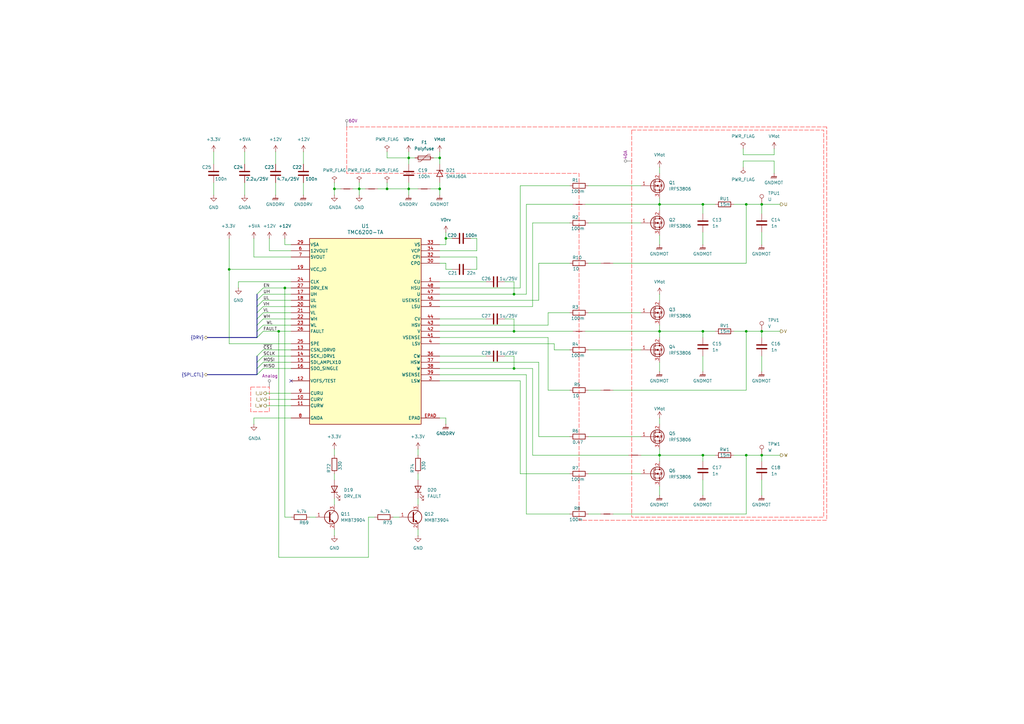
<source format=kicad_sch>
(kicad_sch (version 20250114) (generator "eeschema") (generator_version "9.0")
  (paper "A3")
  (title_block (title "ECMD7 Power Stage") (date "2025-11-12") (rev "1.0"))
  (bus_alias "DRV" (members "UL" "UH" "VL" "VH" "WL" "WH" "EN" "FAULT"))
  (junction (at 306.07 83.82))
  (junction (at 137.16 77.47))
  (junction (at 306.07 135.89))
  (junction (at 93.98 110.49))
  (junction (at 114.3 135.89))
  (junction (at 210.82 135.89))
  (junction (at 180.34 64.77))
  (junction (at 312.42 135.89))
  (junction (at 288.29 83.82))
  (junction (at 210.82 151.13))
  (junction (at 270.51 83.82))
  (junction (at 158.75 77.47))
  (junction (at 167.64 77.47))
  (junction (at 288.29 186.69))
  (junction (at 116.84 118.11))
  (junction (at 312.42 186.69))
  (junction (at 312.42 83.82))
  (junction (at 167.64 64.77))
  (junction (at 270.51 135.89))
  (junction (at 306.07 186.69))
  (junction (at 288.29 135.89))
  (junction (at 182.88 97.79))
  (junction (at 147.32 77.47))
  (junction (at 210.82 120.65))
  (junction (at 180.34 77.47))
  (junction (at 270.51 186.69))
  (no_connect (at 119.38 156.21))
  (bus_entry (at 105.41 153.67) (size 2.54 -2.54))
  (bus_entry (at 105.41 130.81) (size 2.54 -2.54))
  (bus_entry (at 105.41 120.65) (size 2.54 -2.54))
  (bus_entry (at 105.41 128.27) (size 2.54 -2.54))
  (bus_entry (at 105.41 123.19) (size 2.54 -2.54))
  (bus_entry (at 105.41 133.35) (size 2.54 -2.54))
  (bus_entry (at 105.41 148.59) (size 2.54 -2.54))
  (bus_entry (at 105.41 138.43) (size 2.54 -2.54))
  (bus_entry (at 105.41 146.05) (size 2.54 -2.54))
  (bus_entry (at 105.41 151.13) (size 2.54 -2.54))
  (bus_entry (at 105.41 135.89) (size 2.54 -2.54))
  (bus_entry (at 105.41 125.73) (size 2.54 -2.54))
  (wire (pts (xy 114.3 135.89) (xy 119.38 135.89)))
  (wire (pts (xy 210.82 120.65) (xy 215.9 120.65)))
  (wire (pts (xy 180.34 148.59) (xy 220.98 148.59)))
  (bus (pts (xy 85.09 153.67) (xy 105.41 153.67)))
  (wire (pts (xy 167.64 64.77) (xy 167.64 62.23)))
  (wire (pts (xy 100.33 62.23) (xy 100.33 67.31)))
  (wire (pts (xy 306.07 83.82) (xy 300.99 83.82)))
  (wire (pts (xy 312.42 135.89) (xy 312.42 138.43)))
  (wire (pts (xy 241.3 91.44) (xy 262.89 91.44)))
  (wire (pts (xy 288.29 83.82) (xy 288.29 87.63)))
  (wire (pts (xy 180.34 64.77) (xy 180.34 67.31)))
  (wire (pts (xy 312.42 186.69) (xy 312.42 189.23)))
  (wire (pts (xy 180.34 74.93) (xy 180.34 77.47)))
  (wire (pts (xy 113.03 74.93) (xy 113.03 80.01)))
  (wire (pts (xy 137.16 184.15) (xy 137.16 186.69)))
  (wire (pts (xy 312.42 196.85) (xy 312.42 203.2)))
  (wire (pts (xy 241.3 179.07) (xy 262.89 179.07)))
  (wire (pts (xy 171.45 184.15) (xy 171.45 186.69)))
  (wire (pts (xy 270.51 171.45) (xy 270.51 173.99)))
  (wire (pts (xy 93.98 97.79) (xy 93.98 110.49)))
  (wire (pts (xy 251.46 160.02) (xy 306.07 160.02)))
  (bus (pts (xy 105.41 153.67) (xy 105.41 151.13)))
  (wire (pts (xy 270.51 133.35) (xy 270.51 135.89)))
  (wire (pts (xy 110.49 102.87) (xy 110.49 97.79)))
  (wire (pts (xy 306.07 83.82) (xy 306.07 107.95)))
  (wire (pts (xy 116.84 212.09) (xy 116.84 118.11)))
  (wire (pts (xy 171.45 217.17) (xy 171.45 219.71)))
  (wire (pts (xy 207.01 146.05) (xy 210.82 146.05)))
  (wire (pts (xy 107.95 118.11) (xy 116.84 118.11)))
  (wire (pts (xy 119.38 166.37) (xy 109.22 166.37)))
  (wire (pts (xy 220.98 107.95) (xy 220.98 123.19)))
  (wire (pts (xy 215.9 83.82) (xy 234.95 83.82)))
  (wire (pts (xy 137.16 204.47) (xy 137.16 207.01)))
  (wire (pts (xy 270.51 68.58) (xy 270.51 71.12)))
  (wire (pts (xy 304.8 68.58) (xy 304.8 66.04)))
  (wire (pts (xy 119.38 102.87) (xy 110.49 102.87)))
  (wire (pts (xy 104.14 105.41) (xy 104.14 97.79)))
  (wire (pts (xy 107.95 130.81) (xy 119.38 130.81)))
  (wire (pts (xy 180.34 100.33) (xy 182.88 100.33)))
  (wire (pts (xy 147.32 77.47) (xy 147.32 80.01)))
  (wire (pts (xy 119.38 161.29) (xy 109.22 161.29)))
  (wire (pts (xy 213.36 76.2) (xy 213.36 118.11)))
  (wire (pts (xy 180.34 130.81) (xy 199.39 130.81)))
  (wire (pts (xy 240.03 135.89) (xy 270.51 135.89)))
  (wire (pts (xy 176.53 77.47) (xy 180.34 77.47)))
  (wire (pts (xy 116.84 97.79) (xy 116.84 100.33)))
  (wire (pts (xy 87.63 62.23) (xy 87.63 67.31)))
  (wire (pts (xy 241.3 160.02) (xy 246.38 160.02)))
  (wire (pts (xy 227.33 143.51) (xy 233.68 143.51)))
  (wire (pts (xy 180.34 146.05) (xy 199.39 146.05)))
  (wire (pts (xy 207.01 115.57) (xy 210.82 115.57)))
  (wire (pts (xy 158.75 62.23) (xy 158.75 64.77)))
  (wire (pts (xy 107.95 128.27) (xy 119.38 128.27)))
  (wire (pts (xy 288.29 186.69) (xy 288.29 189.23)))
  (wire (pts (xy 220.98 179.07) (xy 233.68 179.07)))
  (wire (pts (xy 270.51 120.65) (xy 270.51 123.19)))
  (wire (pts (xy 218.44 151.13) (xy 218.44 186.69)))
  (wire (pts (xy 124.46 74.93) (xy 124.46 80.01)))
  (wire (pts (xy 227.33 143.51) (xy 227.33 140.97)))
  (wire (pts (xy 180.34 105.41) (xy 195.58 105.41)))
  (wire (pts (xy 180.34 64.77) (xy 180.34 62.23)))
  (wire (pts (xy 154.94 77.47) (xy 158.75 77.47)))
  (wire (pts (xy 107.95 133.35) (xy 119.38 133.35)))
  (wire (pts (xy 270.51 135.89) (xy 288.29 135.89)))
  (bus (pts (xy 105.41 135.89) (xy 105.41 138.43)))
  (wire (pts (xy 210.82 115.57) (xy 210.82 120.65)))
  (wire (pts (xy 124.46 62.23) (xy 124.46 67.31)))
  (wire (pts (xy 180.34 138.43) (xy 224.79 138.43)))
  (wire (pts (xy 215.9 153.67) (xy 215.9 210.82)))
  (wire (pts (xy 93.98 110.49) (xy 119.38 110.49)))
  (wire (pts (xy 170.18 64.77) (xy 167.64 64.77)))
  (wire (pts (xy 158.75 74.93) (xy 158.75 77.47)))
  (wire (pts (xy 151.13 228.6) (xy 114.3 228.6)))
  (wire (pts (xy 312.42 83.82) (xy 320.04 83.82)))
  (wire (pts (xy 182.88 171.45) (xy 182.88 173.99)))
  (wire (pts (xy 213.36 76.2) (xy 233.68 76.2)))
  (wire (pts (xy 270.51 83.82) (xy 288.29 83.82)))
  (bus (pts (xy 105.41 123.19) (xy 105.41 125.73)))
  (wire (pts (xy 288.29 196.85) (xy 288.29 203.2)))
  (wire (pts (xy 107.95 146.05) (xy 119.38 146.05)))
  (wire (pts (xy 180.34 102.87) (xy 195.58 102.87)))
  (wire (pts (xy 182.88 97.79) (xy 182.88 95.25)))
  (wire (pts (xy 180.34 151.13) (xy 210.82 151.13)))
  (wire (pts (xy 161.29 212.09) (xy 163.83 212.09)))
  (wire (pts (xy 195.58 102.87) (xy 195.58 97.79)))
  (wire (pts (xy 288.29 95.25) (xy 288.29 100.33)))
  (wire (pts (xy 114.3 228.6) (xy 114.3 135.89)))
  (wire (pts (xy 306.07 83.82) (xy 312.42 83.82)))
  (wire (pts (xy 195.58 110.49) (xy 195.58 105.41)))
  (wire (pts (xy 180.34 80.01) (xy 180.34 77.47)))
  (wire (pts (xy 218.44 186.69) (xy 257.81 186.69)))
  (wire (pts (xy 304.8 60.96) (xy 304.8 63.5)))
  (wire (pts (xy 270.51 148.59) (xy 270.51 152.4)))
  (wire (pts (xy 251.46 107.95) (xy 306.07 107.95)))
  (wire (pts (xy 167.64 64.77) (xy 167.64 67.31)))
  (wire (pts (xy 104.14 171.45) (xy 119.38 171.45)))
  (wire (pts (xy 241.3 107.95) (xy 246.38 107.95)))
  (wire (pts (xy 180.34 133.35) (xy 224.79 133.35)))
  (wire (pts (xy 107.95 123.19) (xy 119.38 123.19)))
  (wire (pts (xy 288.29 135.89) (xy 293.37 135.89)))
  (wire (pts (xy 213.36 194.31) (xy 233.68 194.31)))
  (wire (pts (xy 180.34 123.19) (xy 220.98 123.19)))
  (wire (pts (xy 119.38 140.97) (xy 93.98 140.97)))
  (wire (pts (xy 116.84 212.09) (xy 119.38 212.09)))
  (wire (pts (xy 270.51 81.28) (xy 270.51 83.82)))
  (wire (pts (xy 195.58 97.79) (xy 193.04 97.79)))
  (wire (pts (xy 241.3 128.27) (xy 262.89 128.27)))
  (wire (pts (xy 215.9 210.82) (xy 233.68 210.82)))
  (wire (pts (xy 288.29 186.69) (xy 293.37 186.69)))
  (wire (pts (xy 182.88 100.33) (xy 182.88 97.79)))
  (bus (pts (xy 105.41 133.35) (xy 105.41 135.89)))
  (bus (pts (xy 105.41 125.73) (xy 105.41 128.27)))
  (wire (pts (xy 137.16 217.17) (xy 137.16 219.71)))
  (wire (pts (xy 137.16 74.93) (xy 137.16 77.47)))
  (wire (pts (xy 151.13 212.09) (xy 151.13 228.6)))
  (wire (pts (xy 227.33 140.97) (xy 180.34 140.97)))
  (wire (pts (xy 270.51 83.82) (xy 270.51 86.36)))
  (wire (pts (xy 167.64 74.93) (xy 167.64 77.47)))
  (wire (pts (xy 270.51 186.69) (xy 270.51 189.23)))
  (wire (pts (xy 306.07 186.69) (xy 300.99 186.69)))
  (wire (pts (xy 116.84 118.11) (xy 119.38 118.11)))
  (wire (pts (xy 240.03 83.82) (xy 270.51 83.82)))
  (wire (pts (xy 312.42 135.89) (xy 320.04 135.89)))
  (wire (pts (xy 182.88 171.45) (xy 180.34 171.45)))
  (wire (pts (xy 304.8 63.5) (xy 317.5 63.5)))
  (wire (pts (xy 100.33 74.93) (xy 100.33 80.01)))
  (wire (pts (xy 210.82 135.89) (xy 234.95 135.89)))
  (wire (pts (xy 312.42 95.25) (xy 312.42 100.33)))
  (wire (pts (xy 304.8 66.04) (xy 317.5 66.04)))
  (bus (pts (xy 105.41 120.65) (xy 105.41 123.19)))
  (wire (pts (xy 180.34 107.95) (xy 182.88 107.95)))
  (wire (pts (xy 213.36 156.21) (xy 213.36 194.31)))
  (wire (pts (xy 288.29 135.89) (xy 288.29 138.43)))
  (wire (pts (xy 107.95 151.13) (xy 119.38 151.13)))
  (wire (pts (xy 224.79 128.27) (xy 233.68 128.27)))
  (wire (pts (xy 180.34 120.65) (xy 210.82 120.65)))
  (wire (pts (xy 97.79 115.57) (xy 97.79 118.11)))
  (wire (pts (xy 127 212.09) (xy 129.54 212.09)))
  (wire (pts (xy 270.51 199.39) (xy 270.51 203.2)))
  (wire (pts (xy 312.42 146.05) (xy 312.42 152.4)))
  (wire (pts (xy 270.51 186.69) (xy 288.29 186.69)))
  (wire (pts (xy 306.07 186.69) (xy 312.42 186.69)))
  (wire (pts (xy 104.14 171.45) (xy 104.14 173.99)))
  (wire (pts (xy 215.9 120.65) (xy 215.9 83.82)))
  (wire (pts (xy 306.07 135.89) (xy 312.42 135.89)))
  (wire (pts (xy 317.5 66.04) (xy 317.5 71.12)))
  (wire (pts (xy 262.89 186.69) (xy 270.51 186.69)))
  (wire (pts (xy 107.95 135.89) (xy 114.3 135.89)))
  (wire (pts (xy 182.88 110.49) (xy 185.42 110.49)))
  (wire (pts (xy 180.34 153.67) (xy 215.9 153.67)))
  (wire (pts (xy 137.16 194.31) (xy 137.16 196.85)))
  (wire (pts (xy 241.3 143.51) (xy 262.89 143.51)))
  (wire (pts (xy 213.36 118.11) (xy 180.34 118.11)))
  (wire (pts (xy 107.95 120.65) (xy 119.38 120.65)))
  (wire (pts (xy 306.07 186.69) (xy 306.07 210.82)))
  (wire (pts (xy 270.51 96.52) (xy 270.51 100.33)))
  (wire (pts (xy 147.32 77.47) (xy 149.86 77.47)))
  (wire (pts (xy 193.04 110.49) (xy 195.58 110.49)))
  (wire (pts (xy 97.79 115.57) (xy 119.38 115.57)))
  (wire (pts (xy 218.44 125.73) (xy 180.34 125.73)))
  (wire (pts (xy 207.01 130.81) (xy 210.82 130.81)))
  (wire (pts (xy 312.42 83.82) (xy 312.42 87.63)))
  (wire (pts (xy 137.16 77.47) (xy 139.7 77.47)))
  (wire (pts (xy 288.29 83.82) (xy 293.37 83.82)))
  (bus (pts (xy 105.41 128.27) (xy 105.41 130.81)))
  (bus (pts (xy 105.41 138.43) (xy 85.09 138.43)))
  (wire (pts (xy 116.84 100.33) (xy 119.38 100.33)))
  (wire (pts (xy 288.29 146.05) (xy 288.29 152.4)))
  (wire (pts (xy 177.8 64.77) (xy 180.34 64.77)))
  (wire (pts (xy 180.34 115.57) (xy 199.39 115.57)))
  (wire (pts (xy 167.64 77.47) (xy 167.64 80.01)))
  (bus (pts (xy 105.41 130.81) (xy 105.41 133.35)))
  (wire (pts (xy 119.38 105.41) (xy 104.14 105.41)))
  (wire (pts (xy 270.51 135.89) (xy 270.51 138.43)))
  (wire (pts (xy 224.79 138.43) (xy 224.79 160.02)))
  (wire (pts (xy 119.38 163.83) (xy 109.22 163.83)))
  (wire (pts (xy 220.98 107.95) (xy 233.68 107.95)))
  (wire (pts (xy 182.88 107.95) (xy 182.88 110.49)))
  (wire (pts (xy 220.98 148.59) (xy 220.98 179.07)))
  (wire (pts (xy 218.44 91.44) (xy 218.44 125.73)))
  (wire (pts (xy 306.07 135.89) (xy 300.99 135.89)))
  (wire (pts (xy 167.64 77.47) (xy 171.45 77.47)))
  (wire (pts (xy 241.3 194.31) (xy 262.89 194.31)))
  (wire (pts (xy 158.75 64.77) (xy 167.64 64.77)))
  (wire (pts (xy 210.82 130.81) (xy 210.82 135.89)))
  (wire (pts (xy 87.63 74.93) (xy 87.63 80.01)))
  (wire (pts (xy 171.45 194.31) (xy 171.45 196.85)))
  (wire (pts (xy 180.34 135.89) (xy 210.82 135.89)))
  (wire (pts (xy 218.44 91.44) (xy 233.68 91.44)))
  (wire (pts (xy 317.5 60.96) (xy 317.5 63.5)))
  (wire (pts (xy 210.82 151.13) (xy 218.44 151.13)))
  (bus (pts (xy 105.41 148.59) (xy 105.41 151.13)))
  (wire (pts (xy 306.07 135.89) (xy 306.07 160.02)))
  (wire (pts (xy 224.79 133.35) (xy 224.79 128.27)))
  (wire (pts (xy 113.03 62.23) (xy 113.03 67.31)))
  (wire (pts (xy 93.98 110.49) (xy 93.98 140.97)))
  (wire (pts (xy 182.88 97.79) (xy 185.42 97.79)))
  (wire (pts (xy 171.45 204.47) (xy 171.45 207.01)))
  (wire (pts (xy 147.32 74.93) (xy 147.32 77.47)))
  (wire (pts (xy 107.95 125.73) (xy 119.38 125.73)))
  (wire (pts (xy 153.67 212.09) (xy 151.13 212.09)))
  (bus (pts (xy 105.41 146.05) (xy 105.41 148.59)))
  (wire (pts (xy 107.95 148.59) (xy 119.38 148.59)))
  (wire (pts (xy 144.78 77.47) (xy 147.32 77.47)))
  (wire (pts (xy 224.79 160.02) (xy 233.68 160.02)))
  (wire (pts (xy 107.95 143.51) (xy 119.38 143.51)))
  (wire (pts (xy 270.51 184.15) (xy 270.51 186.69)))
  (wire (pts (xy 180.34 156.21) (xy 213.36 156.21)))
  (wire (pts (xy 241.3 76.2) (xy 262.89 76.2)))
  (wire (pts (xy 137.16 77.47) (xy 137.16 80.01)))
  (wire (pts (xy 312.42 186.69) (xy 320.04 186.69)))
  (wire (pts (xy 210.82 146.05) (xy 210.82 151.13)))
  (wire (pts (xy 251.46 210.82) (xy 306.07 210.82)))
  (wire (pts (xy 158.75 77.47) (xy 167.64 77.47)))
  (wire (pts (xy 241.3 210.82) (xy 246.38 210.82)))
  (label "SCLK" (at 107.95 146.05 0))
  (label "MISO" (at 107.95 151.13 0))
  (label "VH" (at 107.95 125.73 0))
  (label "WH" (at 107.95 130.81 0))
  (label "EN" (at 107.95 118.11 0))
  (label "~{CS1}" (at 107.95 143.51 0))
  (label "FAULT" (at 107.95 135.89 0))
  (label "UL" (at 107.95 123.19 0))
  (label "UH" (at 107.95 120.65 0))
  (label "WL" (at 109.22 133.35 0))
  (label "MOSI" (at 107.95 148.59 0))
  (label "VL" (at 107.95 128.27 0))
  (hierarchical_label "U" (shape output) (at 320.04 83.82 0))
  (hierarchical_label "V" (shape output) (at 320.04 135.89 0))
  (hierarchical_label "W" (shape output) (at 320.04 186.69 0))
  (hierarchical_label "{SPI_CTL}" (shape bidirectional) (at 85.09 153.67 180))
  (hierarchical_label "I_W" (shape output) (at 109.22 166.37 180))
  (hierarchical_label "I_V" (shape output) (at 109.22 163.83 180))
  (hierarchical_label "I_U" (shape output) (at 109.22 161.29 180))
  (hierarchical_label "{DRV}" (shape bidirectional) (at 85.09 138.43 180))
  (rule_area (polyline (pts (xy 339.09 52.07) (xy 142.24 52.07) (xy 142.24 71.12) (xy 165.1 71.12) (xy 237.49 71.12) (xy 237.49 203.2) (xy 237.49 213.36) (xy 248.92 213.36) (xy 339.09 213.36) (xy 339.09 120.65)) (stroke (width 0) (type dash))))
  (rule_area (polyline (pts (xy 259.08 53.34) (xy 337.82 53.34) (xy 337.82 212.09) (xy 259.08 212.09)) (stroke (width 0) (type dash))))
  (rule_area (polyline (pts (xy 102.87 158.75) (xy 110.49 158.75) (xy 110.49 168.91) (xy 102.87 168.91)) (stroke (width 0) (type dash))))
  (netclass_flag "" (length 2.54) (shape round) (at 110.49 158.75 0) (property "Netclass" "Analog" (at 107.442 154.178 0) (effects (justify left))))
  (netclass_flag "" (length 2.54) (shape round) (at 142.24 52.07 0) (property "Netclass" "60V" (at 142.9385 49.53 0) (effects (justify left))))
  (netclass_flag "" (length 2.54) (shape round) (at 259.08 66.04 90) (property "Netclass" "40A" (at 256.54 65.3415 90) (effects (justify left))))
  (symbol (lib_id "Device:NetTie_2") (at 248.92 107.95 180) (unit 1) (in_bom no)
    (property "Reference" "NTSU1" (effects (hide yes)))
    (property "Value" "NetTie_2" (effects (hide yes)))
    (property "Footprint" "NetTie:NetTie-2_SMD_Pad0.5mm" (effects (hide yes)))
    (property "Description" "Net tie, 2 pins" (effects (hide yes)))
  )
  (symbol (lib_id "Device:C") (at 288.29 91.44 0) (unit 1) (exclude_from_sim yes)
    (property "Reference" "C13" (at 292.1 90.1699 0) (effects (justify left)))
    (property "Value" "1n" (at 292.1 92.7099 0) (effects (justify left)))
    (property "Footprint" "Capacitor_SMD:C_0805_2012Metric" (effects (hide yes)))
    (property "Description" "Unpolarized capacitor" (effects (hide yes)))
  )
  (symbol (lib_id "Device:R") (at 237.49 91.44 90) (unit 1) (exclude_from_sim yes)
    (property "Reference" "R2" (at 235.966 89.154 90))
    (property "Value" "100m" (at 236.982 93.726 90))
    (property "Footprint" "Resistor_SMD:R_0805_2012Metric" (effects (hide yes)))
    (property "Description" "Resistor" (effects (hide yes)))
  )
  (symbol (lib_id "Device:R") (at 297.18 186.69 90) (unit 1) (exclude_from_sim yes)
    (property "Reference" "RW1" (at 297.18 184.404 90))
    (property "Value" "15m" (at 297.434 186.69 90))
    (property "Footprint" "Resistor_SMD:R_0612_1632Metric" (effects (hide yes)))
    (property "Description" "Resistor" (effects (hide yes)))
  )
  (symbol (lib_id "power:+3.3V") (at 171.45 184.15 0) (unit 1)
    (property "Reference" "#PWR0207" (effects (hide yes)))
    (property "Value" "+3.3V" (at 168.402 179.07 0) (effects (justify left)))
    (property "Description" "Power symbol creates a global label with name \"+3.3V\"" (effects (hide yes)))
  )
  (symbol (lib_id "power:+12V") (at 116.84 97.79 0) (unit 1)
    (property "Reference" "#PWR08" (effects (hide yes)))
    (property "Value" "+12V" (at 116.84 92.71 0))
    (property "Description" "Power symbol creates a global label with name \"+12V\"" (effects (hide yes)))
  )
  (symbol (lib_id "power:PWR_FLAG") (at 304.8 60.96 0) (unit 1)
    (property "Reference" "#FLG01" (effects (hide yes)))
    (property "Value" "PWR_FLAG" (at 304.8 55.88 0))
    (property "Description" "Special symbol for telling ERC where power comes from" (effects (hide yes)))
  )
  (symbol (lib_id "Device:NetTie_2") (at 142.24 77.47 180) (unit 1) (in_bom no)
    (property "Reference" "NTP2G2" (effects (hide yes)))
    (property "Value" "NetTie_2" (effects (hide yes)))
    (property "Footprint" "NetTie:NetTie-2_SMD_Pad0.5mm" (effects (hide yes)))
    (property "Description" "Net tie, 2 pins" (effects (hide yes)))
  )
  (symbol (lib_id "power:+5V") (at 104.14 97.79 0) (unit 1)
    (property "Reference" "#PWR032" (effects (hide yes)))
    (property "Value" "+5VA" (at 104.14 92.71 0))
    (property "Description" "Power symbol creates a global label with name \"+5V\"" (effects (hide yes)))
  )
  (symbol (lib_id "power:GND") (at 87.63 80.01 0) (mirror y) (unit 1)
    (property "Reference" "#PWR043" (effects (hide yes)))
    (property "Value" "GND" (at 87.63 85.09 0))
    (property "Description" "Power symbol creates a global label with name \"GND\" , ground" (effects (hide yes)))
  )
  (symbol (lib_id "Device:C") (at 189.23 110.49 270) (mirror x) (unit 1) (exclude_from_sim yes)
    (property "Reference" "C21" (at 185.674 112.014 90))
    (property "Value" "22n" (at 193.294 112.014 90))
    (property "Footprint" "Capacitor_SMD:C_0805_2012Metric" (effects (hide yes)))
    (property "Description" "Unpolarized capacitor" (effects (hide yes)))
  )
  (symbol (lib_id "Transistor_FET:IRFS4115") (at 267.97 91.44 0) (unit 1) (exclude_from_sim yes)
    (property "Reference" "Q2" (at 274.32 90.1699 0) (effects (justify left)))
    (property "Value" "IRFS3806" (at 274.32 92.7099 0) (effects (justify left)))
    (property "Footprint" "Package_TO_SOT_SMD:TO-263-2" (effects (hide yes)))
    (property "Datasheet" "https://www.infineon.com/dgdl/irfs4115pbf.pdf?fileId=5546d462533600a401535636e5d2218f" (effects (hide yes)))
    (property "Description" "99A Id, 150V Vds, 10.3mOhm Rds, N-Channel HEXFET Power MOSFET, D2PAK" (effects (hide yes)))
  )
  (symbol (lib_id "power:GND") (at 171.45 219.71 0) (unit 1)
    (property "Reference" "#PWR0208" (effects (hide yes)))
    (property "Value" "GND" (at 171.45 224.79 0))
    (property "Description" "Power symbol creates a global label with name \"GND\" , ground" (effects (hide yes)))
  )
  (symbol (lib_id "Device:C") (at 167.64 71.12 0) (unit 1) (exclude_from_sim yes)
    (property "Reference" "C19" (at 171.45 69.8499 0) (effects (justify left)))
    (property "Value" "100n" (at 171.45 72.3899 0) (effects (justify left)))
    (property "Footprint" "Capacitor_SMD:C_0805_2012Metric" (effects (hide yes)))
    (property "Description" "Unpolarized capacitor" (effects (hide yes)))
  )
  (symbol (lib_id "power:Vdrive") (at 182.88 95.25 0) (unit 1) (exclude_from_sim yes)
    (property "Reference" "#PWR015" (effects (hide yes)))
    (property "Value" "VDrv" (at 182.88 90.17 0))
    (property "Description" "Power symbol creates a global label with name \"Vdrive\"" (effects (hide yes)))
  )
  (symbol (lib_id "power:GND") (at 97.79 118.11 0) (unit 1)
    (property "Reference" "#PWR07" (effects (hide yes)))
    (property "Value" "GND" (at 97.79 123.19 0))
    (property "Description" "Power symbol creates a global label with name \"GND\" , ground" (effects (hide yes)))
  )
  (symbol (lib_id "Device:C") (at 113.03 71.12 0) (unit 1) (exclude_from_sim yes)
    (property "Reference" "C23" (at 108.458 68.58 0) (effects (justify left)))
    (property "Value" "4.7u/25V" (at 113.538 73.406 0) (effects (justify left)))
    (property "Footprint" "Capacitor_SMD:C_0805_2012Metric" (effects (hide yes)))
    (property "Description" "Unpolarized capacitor" (effects (hide yes)))
  )
  (symbol (lib_id "Device:C") (at 203.2 115.57 270) (unit 1) (exclude_from_sim yes)
    (property "Reference" "C26" (at 199.39 114.3 90))
    (property "Value" "1u/25V" (at 208.534 114.3 90))
    (property "Footprint" "Capacitor_SMD:C_0805_2012Metric" (effects (hide yes)))
    (property "Description" "Unpolarized capacitor" (effects (hide yes)))
  )
  (symbol (lib_id "Connector:TestPoint") (at 312.42 135.89 0) (unit 1)
    (property "Reference" "TPV1" (at 314.96 131.3179 0) (effects (justify left)))
    (property "Value" "V" (at 314.96 133.8579 0) (effects (justify left)))
    (property "Footprint" "TestPoint:TestPoint_Loop_D2.50mm_Drill1.0mm" (effects (hide yes)))
    (property "Description" "test point" (effects (hide yes)))
  )
  (symbol (lib_id "power:Vdrive") (at 167.64 62.23 0) (unit 1) (exclude_from_sim yes)
    (property "Reference" "#PWR034" (effects (hide yes)))
    (property "Value" "VDrv" (at 167.64 57.15 0))
    (property "Description" "Power symbol creates a global label with name \"Vdrive\"" (effects (hide yes)))
  )
  (symbol (lib_id "Device:R") (at 237.49 160.02 90) (unit 1) (exclude_from_sim yes)
    (property "Reference" "R5" (at 236.728 157.734 90))
    (property "Value" "10" (at 236.22 162.306 90))
    (property "Footprint" "Resistor_SMD:R_0805_2012Metric" (effects (hide yes)))
    (property "Description" "Resistor" (effects (hide yes)))
  )
  (symbol (lib_id "Device:C") (at 312.42 91.44 0) (unit 1) (exclude_from_sim yes)
    (property "Reference" "C14" (at 316.23 90.1699 0) (effects (justify left)))
    (property "Value" "1n" (at 316.23 92.7099 0) (effects (justify left)))
    (property "Footprint" "Capacitor_SMD:C_0805_2012Metric" (effects (hide yes)))
    (property "Description" "Unpolarized capacitor" (effects (hide yes)))
  )
  (symbol (lib_id "Device:Polyfuse") (at 173.99 64.77 90) (unit 1)
    (property "Reference" "F1" (at 173.99 58.42 90))
    (property "Value" "Polyfuse" (at 173.99 60.96 90))
    (property "Footprint" "Fuse:Fuse_0805_2012Metric" (effects (hide yes)))
    (property "Description" "Resettable fuse, polymeric positive temperature coefficient" (effects (hide yes)))
  )
  (symbol (lib_id "Device:R") (at 237.49 128.27 90) (unit 1) (exclude_from_sim yes)
    (property "Reference" "R3" (at 235.966 125.984 90))
    (property "Value" "100m" (at 236.982 130.556 90))
    (property "Footprint" "Resistor_SMD:R_0805_2012Metric" (effects (hide yes)))
    (property "Description" "Resistor" (effects (hide yes)))
  )
  (symbol (lib_id "power:PWR_FLAG") (at 158.75 62.23 0) (unit 1)
    (property "Reference" "#FLG06" (effects (hide yes)))
    (property "Value" "PWR_FLAG" (at 158.75 57.15 0))
    (property "Description" "Special symbol for telling ERC where power comes from" (effects (hide yes)))
  )
  (symbol (lib_id "power:Vdrive") (at 317.5 60.96 0) (unit 1) (exclude_from_sim yes)
    (property "Reference" "#PWR0128" (effects (hide yes)))
    (property "Value" "VMot" (at 317.5 55.88 0))
    (property "Description" "Power symbol creates a global label with name \"Vdrive\"" (effects (hide yes)))
  )
  (symbol (lib_id "Device:R") (at 237.49 194.31 90) (unit 1) (exclude_from_sim yes)
    (property "Reference" "R7" (at 235.966 192.024 90))
    (property "Value" "100m" (at 236.982 196.596 90))
    (property "Footprint" "Resistor_SMD:R_0805_2012Metric" (effects (hide yes)))
    (property "Description" "Resistor" (effects (hide yes)))
  )
  (symbol (lib_id "Device:C") (at 87.63 71.12 0) (unit 1) (exclude_from_sim yes)
    (property "Reference" "C25" (at 82.804 68.58 0) (effects (justify left)))
    (property "Value" "100n" (at 88.138 73.406 0) (effects (justify left)))
    (property "Footprint" "Capacitor_SMD:C_0805_2012Metric" (effects (hide yes)))
    (property "Description" "Unpolarized capacitor" (effects (hide yes)))
  )
  (symbol (lib_id "Device:NetTie_2") (at 248.92 210.82 0) (unit 1) (in_bom no)
    (property "Reference" "NTSW1" (effects (hide yes)))
    (property "Value" "NetTie_2" (effects (hide yes)))
    (property "Footprint" "NetTie:NetTie-2_SMD_Pad0.5mm" (effects (hide yes)))
    (property "Description" "Net tie, 2 pins" (effects (hide yes)))
  )
  (symbol (lib_id "Transistor_FET:IRFS4115") (at 267.97 194.31 0) (unit 1) (exclude_from_sim yes)
    (property "Reference" "Q6" (at 274.32 193.0399 0) (effects (justify left)))
    (property "Value" "IRFS3806" (at 274.32 195.5799 0) (effects (justify left)))
    (property "Footprint" "Package_TO_SOT_SMD:TO-263-2" (effects (hide yes)))
    (property "Datasheet" "https://www.infineon.com/dgdl/irfs4115pbf.pdf?fileId=5546d462533600a401535636e5d2218f" (effects (hide yes)))
    (property "Description" "99A Id, 150V Vds, 10.3mOhm Rds, N-Channel HEXFET Power MOSFET, D2PAK" (effects (hide yes)))
  )
  (symbol (lib_id "Connector:TestPoint") (at 312.42 186.69 0) (unit 1)
    (property "Reference" "TPW1" (at 314.96 182.1179 0) (effects (justify left)))
    (property "Value" "W" (at 314.96 184.6579 0) (effects (justify left)))
    (property "Footprint" "TestPoint:TestPoint_Loop_D2.50mm_Drill1.0mm" (effects (hide yes)))
    (property "Description" "test point" (effects (hide yes)))
  )
  (symbol (lib_id "power:GNDPWR") (at 270.51 203.2 0) (unit 1)
    (property "Reference" "#PWR030" (effects (hide yes)))
    (property "Value" "GNDMOT" (at 270.383 207.01 0))
    (property "Description" "Power symbol creates a global label with name \"GNDPWR\" , global ground" (effects (hide yes)))
  )
  (symbol (lib_id "Device:NetTie_2") (at 248.92 160.02 0) (unit 1) (in_bom no)
    (property "Reference" "NTSV1" (effects (hide yes)))
    (property "Value" "NetTie_2" (effects (hide yes)))
    (property "Footprint" "NetTie:NetTie-2_SMD_Pad0.5mm" (effects (hide yes)))
    (property "Description" "Net tie, 2 pins" (effects (hide yes)))
  )
  (symbol (lib_id "Diode:SMAJ60A") (at 180.34 71.12 270) (unit 1)
    (property "Reference" "D21" (at 182.88 69.8499 90) (effects (justify left)))
    (property "Value" "SMAJ60A" (at 182.88 72.3899 90) (effects (justify left)))
    (property "Footprint" "Diode_SMD:D_SMA" (effects (hide yes)))
    (property "Datasheet" "https://www.littelfuse.com/media?resourcetype=datasheets&itemid=75e32973-b177-4ee3-a0ff-cedaf1abdb93&filename=smaj-datasheet" (effects (hide yes)))
    (property "Description" "400W unidirectional Transient Voltage Suppressor, 60.0Vr, SMA(DO-214AC)" (effects (hide yes)))
    (property "Mouser Part Number" " 576-SMAJ60A" (effects (hide yes)))
  )
  (symbol (lib_id "Device:R") (at 157.48 212.09 270) (unit 1) (exclude_from_sim yes)
    (property "Reference" "R73" (at 159.004 214.376 90))
    (property "Value" "4.7k" (at 157.988 209.804 90))
    (property "Footprint" "Resistor_SMD:R_0805_2012Metric" (effects (hide yes)))
    (property "Description" "Resistor" (effects (hide yes)))
  )
  (symbol (lib_id "power:PWR_FLAG") (at 158.75 74.93 0) (unit 1)
    (property "Reference" "#FLG012" (effects (hide yes)))
    (property "Value" "PWR_FLAG" (at 158.75 69.85 0))
    (property "Description" "Special symbol for telling ERC where power comes from" (effects (hide yes)))
  )
  (symbol (lib_id "Device:NetTie_2") (at 173.99 77.47 180) (unit 1) (in_bom no)
    (property "Reference" "NTP2G4" (effects (hide yes)))
    (property "Value" "NetTie_2" (effects (hide yes)))
    (property "Footprint" "NetTie:NetTie-2_SMD_Pad2.0mm" (effects (hide yes)))
    (property "Description" "Net tie, 2 pins" (effects (hide yes)))
  )
  (symbol (lib_id "Transistor_BJT:MMBT3904") (at 168.91 212.09 0) (unit 1)
    (property "Reference" "Q12" (at 173.99 210.8199 0) (effects (justify left)))
    (property "Value" "MMBT3904" (at 173.99 213.3599 0) (effects (justify left)))
    (property "Footprint" "Package_TO_SOT_SMD:SOT-23" (effects (hide yes)))
    (property "Datasheet" "https://www.onsemi.com/pdf/datasheet/pzt3904-d.pdf" (effects (hide yes)))
    (property "Description" "0.2A Ic, 40V Vce, Small Signal NPN Transistor, SOT-23" (effects (hide yes)))
  )
  (symbol (lib_id "power:PWR_FLAG") (at 137.16 74.93 0) (unit 1)
    (property "Reference" "#FLG010" (effects (hide yes)))
    (property "Value" "PWR_FLAG" (at 137.16 69.85 0))
    (property "Description" "Special symbol for telling ERC where power comes from" (effects (hide yes)))
  )
  (symbol (lib_id "power:GND") (at 137.16 219.71 0) (unit 1)
    (property "Reference" "#PWR0205" (effects (hide yes)))
    (property "Value" "GND" (at 137.16 224.79 0))
    (property "Description" "Power symbol creates a global label with name \"GND\" , ground" (effects (hide yes)))
  )
  (symbol (lib_id "Device:C") (at 312.42 142.24 0) (unit 1) (exclude_from_sim yes)
    (property "Reference" "C16" (at 316.23 140.9699 0) (effects (justify left)))
    (property "Value" "1n" (at 316.23 143.5099 0) (effects (justify left)))
    (property "Footprint" "Capacitor_SMD:C_0805_2012Metric" (effects (hide yes)))
    (property "Description" "Unpolarized capacitor" (effects (hide yes)))
  )
  (symbol (lib_id "power:GNDPWR") (at 312.42 203.2 0) (unit 1)
    (property "Reference" "#PWR026" (effects (hide yes)))
    (property "Value" "GNDMOT" (at 312.293 207.01 0))
    (property "Description" "Power symbol creates a global label with name \"GNDPWR\" , global ground" (effects (hide yes)))
  )
  (symbol (lib_id "power:Vdrive") (at 270.51 68.58 0) (unit 1) (exclude_from_sim yes)
    (property "Reference" "#PWR019" (effects (hide yes)))
    (property "Value" "VMot" (at 270.51 63.5 0))
    (property "Description" "Power symbol creates a global label with name \"Vdrive\"" (effects (hide yes)))
  )
  (symbol (lib_id "power:PWR_FLAG") (at 147.32 74.93 0) (unit 1)
    (property "Reference" "#FLG09" (effects (hide yes)))
    (property "Value" "PWR_FLAG" (at 147.32 69.85 0))
    (property "Description" "Special symbol for telling ERC where power comes from" (effects (hide yes)))
  )
  (symbol (lib_id "Device:R") (at 237.49 107.95 90) (unit 1) (exclude_from_sim yes)
    (property "Reference" "R10" (at 236.728 105.664 90))
    (property "Value" "10" (at 236.22 110.236 90))
    (property "Footprint" "Resistor_SMD:R_0805_2012Metric" (effects (hide yes)))
    (property "Description" "Resistor" (effects (hide yes)))
  )
  (symbol (lib_id "power:GNDPWR") (at 317.5 71.12 0) (unit 1)
    (property "Reference" "#PWR0127" (effects (hide yes)))
    (property "Value" "GNDMOT" (at 317.373 74.93 0))
    (property "Description" "Power symbol creates a global label with name \"GNDPWR\" , global ground" (effects (hide yes)))
  )
  (symbol (lib_id "Transistor_FET:IRFS4115") (at 267.97 76.2 0) (unit 1) (exclude_from_sim yes)
    (property "Reference" "Q1" (at 274.32 74.9299 0) (effects (justify left)))
    (property "Value" "IRFS3806" (at 274.32 77.4699 0) (effects (justify left)))
    (property "Footprint" "Package_TO_SOT_SMD:TO-263-2" (effects (hide yes)))
    (property "Datasheet" "https://www.infineon.com/dgdl/irfs4115pbf.pdf?fileId=5546d462533600a401535636e5d2218f" (effects (hide yes)))
    (property "Description" "99A Id, 150V Vds, 10.3mOhm Rds, N-Channel HEXFET Power MOSFET, D2PAK" (effects (hide yes)))
  )
  (symbol (lib_id "Transistor_FET:IRFS4115") (at 267.97 143.51 0) (unit 1) (exclude_from_sim yes)
    (property "Reference" "Q4" (at 274.32 142.2399 0) (effects (justify left)))
    (property "Value" "IRFS3806" (at 274.32 144.7799 0) (effects (justify left)))
    (property "Footprint" "Package_TO_SOT_SMD:TO-263-2" (effects (hide yes)))
    (property "Datasheet" "https://www.infineon.com/dgdl/irfs4115pbf.pdf?fileId=5546d462533600a401535636e5d2218f" (effects (hide yes)))
    (property "Description" "99A Id, 150V Vds, 10.3mOhm Rds, N-Channel HEXFET Power MOSFET, D2PAK" (effects (hide yes)))
  )
  (symbol (lib_id "Device:R") (at 123.19 212.09 270) (unit 1) (exclude_from_sim yes)
    (property "Reference" "R69" (at 124.714 214.376 90))
    (property "Value" "4.7k" (at 123.698 209.804 90))
    (property "Footprint" "Resistor_SMD:R_0805_2012Metric" (effects (hide yes)))
    (property "Description" "Resistor" (effects (hide yes)))
  )
  (symbol (lib_id "Device:LED") (at 137.16 200.66 90) (unit 1)
    (property "Reference" "D19" (at 140.97 200.9774 90) (effects (justify right)))
    (property "Value" "DRV_EN" (at 140.97 203.5174 90) (effects (justify right)))
    (property "Footprint" "Diode_SMD:D_0805_2012Metric" (effects (hide yes)))
    (property "Description" "Light emitting diode" (effects (hide yes)))
    (property "Sim.Pins" "1=K 2=A" (effects (hide yes)))
  )
  (symbol (lib_id "power:GNDPWR") (at 288.29 203.2 0) (unit 1)
    (property "Reference" "#PWR028" (effects (hide yes)))
    (property "Value" "GNDMOT" (at 288.163 207.01 0))
    (property "Description" "Power symbol creates a global label with name \"GNDPWR\" , global ground" (effects (hide yes)))
  )
  (symbol (lib_id "power:GNDPWR") (at 270.51 152.4 0) (unit 1)
    (property "Reference" "#PWR0108" (effects (hide yes)))
    (property "Value" "GNDMOT" (at 270.383 156.21 0))
    (property "Description" "Power symbol creates a global label with name \"GNDPWR\" , global ground" (effects (hide yes)))
  )
  (symbol (lib_id "power:Vdrive") (at 124.46 62.23 0) (unit 1)
    (property "Reference" "#PWR036" (effects (hide yes)))
    (property "Value" "+12V" (at 124.46 57.15 0))
    (property "Description" "Power symbol creates a global label with name \"Vdrive\"" (effects (hide yes)))
  )
  (symbol (lib_id "power:GNDA") (at 100.33 80.01 0) (unit 1)
    (property "Reference" "#PWR029" (effects (hide yes)))
    (property "Value" "GNDA" (at 100.33 85.09 0))
    (property "Description" "Power symbol creates a global label with name \"GNDA\" , analog ground" (effects (hide yes)))
  )
  (symbol (lib_id "SSTA:TMC6200-TA") (at 119.38 100.33 0) (unit 1)
    (property "Reference" "U1" (at 149.86 92.71 0) (effects (font (size 1.524 1.524))))
    (property "Value" "TMC6200-TA" (at 149.86 95.25 0) (effects (font (size 1.524 1.524))))
    (property "Footprint" "SSTA:eTQFP48_9x9_TRI" (effects (hide yes)))
    (property "Datasheet" "https://www.analog.com/media/en/technical-documentation/data-sheets/TMC6200_datasheet_rev1.08.pdf" (effects (hide yes)))
    (property "Description" "Universal high voltage BLDC/PMSM/Servo MOSFET 3-halfbridge gate-driver" (effects (hide yes)))
  )
  (symbol (lib_id "Device:C") (at 100.33 71.12 0) (unit 1) (exclude_from_sim yes)
    (property "Reference" "C24" (at 95.758 68.58 0) (effects (justify left)))
    (property "Value" "2.2u/25V" (at 100.838 73.406 0) (effects (justify left)))
    (property "Footprint" "Capacitor_SMD:C_0805_2012Metric" (effects (hide yes)))
    (property "Description" "Unpolarized capacitor" (effects (hide yes)))
  )
  (symbol (lib_id "Device:C") (at 288.29 142.24 0) (unit 1) (exclude_from_sim yes)
    (property "Reference" "C15" (at 292.1 140.9699 0) (effects (justify left)))
    (property "Value" "1n" (at 292.1 143.5099 0) (effects (justify left)))
    (property "Footprint" "Capacitor_SMD:C_0805_2012Metric" (effects (hide yes)))
    (property "Description" "Unpolarized capacitor" (effects (hide yes)))
  )
  (symbol (lib_id "Device:C") (at 203.2 130.81 270) (unit 1) (exclude_from_sim yes)
    (property "Reference" "C27" (at 199.39 129.54 90))
    (property "Value" "1u/25V" (at 208.534 129.54 90))
    (property "Footprint" "Capacitor_SMD:C_0805_2012Metric" (effects (hide yes)))
    (property "Description" "Unpolarized capacitor" (effects (hide yes)))
  )
  (symbol (lib_id "power:GNDPWR") (at 312.42 152.4 0) (unit 1)
    (property "Reference" "#PWR025" (effects (hide yes)))
    (property "Value" "GNDMOT" (at 312.293 156.21 0))
    (property "Description" "Power symbol creates a global label with name \"GNDPWR\" , global ground" (effects (hide yes)))
  )
  (symbol (lib_id "Device:C") (at 124.46 71.12 0) (unit 1) (exclude_from_sim yes)
    (property "Reference" "C22" (at 119.888 68.58 0) (effects (justify left)))
    (property "Value" "100n" (at 125.222 73.406 0) (effects (justify left)))
    (property "Footprint" "Capacitor_SMD:C_0805_2012Metric" (effects (hide yes)))
    (property "Description" "Unpolarized capacitor" (effects (hide yes)))
  )
  (symbol (lib_id "power:Vdrive") (at 270.51 171.45 0) (unit 1) (exclude_from_sim yes)
    (property "Reference" "#PWR027" (effects (hide yes)))
    (property "Value" "VMot" (at 270.51 167.64 0))
    (property "Description" "Power symbol creates a global label with name \"Vdrive\"" (effects (hide yes)))
  )
  (symbol (lib_id "Device:R") (at 237.49 76.2 90) (unit 1) (exclude_from_sim yes)
    (property "Reference" "R1" (at 235.966 73.914 90))
    (property "Value" "100m" (at 236.982 78.486 90))
    (property "Footprint" "Resistor_SMD:R_0805_2012Metric" (effects (hide yes)))
    (property "Description" "Resistor" (effects (hide yes)))
  )
  (symbol (lib_id "power:GNDPWR") (at 167.64 80.01 0) (unit 1)
    (property "Reference" "#PWR0218" (effects (hide yes)))
    (property "Value" "GNDDRV" (at 167.513 83.82 0))
    (property "Description" "Power symbol creates a global label with name \"GNDPWR\" , global ground" (effects (hide yes)))
  )
  (symbol (lib_id "Device:C") (at 203.2 146.05 270) (unit 1) (exclude_from_sim yes)
    (property "Reference" "C28" (at 199.39 144.78 90))
    (property "Value" "1u/25V" (at 208.534 144.78 90))
    (property "Footprint" "Capacitor_SMD:C_0805_2012Metric" (effects (hide yes)))
    (property "Description" "Unpolarized capacitor" (effects (hide yes)))
  )
  (symbol (lib_id "power:+12V") (at 110.49 97.79 0) (unit 1)
    (property "Reference" "#PWR031" (effects (hide yes)))
    (property "Value" "+12V" (at 110.49 92.71 0))
    (property "Description" "Power symbol creates a global label with name \"+12V\"" (effects (hide yes)))
  )
  (symbol (lib_id "Device:R") (at 137.16 190.5 180) (unit 1) (exclude_from_sim yes)
    (property "Reference" "R72" (at 134.874 192.024 90))
    (property "Value" "330" (at 139.446 191.008 90))
    (property "Footprint" "Resistor_SMD:R_0805_2012Metric" (effects (hide yes)))
    (property "Description" "Resistor" (effects (hide yes)))
  )
  (symbol (lib_id "Device:R") (at 297.18 83.82 90) (unit 1) (exclude_from_sim yes)
    (property "Reference" "RU1" (at 297.18 81.534 90))
    (property "Value" "15m" (at 297.434 83.82 90))
    (property "Footprint" "Resistor_SMD:R_0612_1632Metric" (effects (hide yes)))
    (property "Description" "Resistor" (effects (hide yes)))
  )
  (symbol (lib_id "power:GNDPWR") (at 288.29 100.33 0) (unit 1)
    (property "Reference" "#PWR021" (effects (hide yes)))
    (property "Value" "GNDMOT" (at 288.163 104.14 0))
    (property "Description" "Power symbol creates a global label with name \"GNDPWR\" , global ground" (effects (hide yes)))
  )
  (symbol (lib_id "power:Vdrive") (at 180.34 62.23 0) (unit 1) (exclude_from_sim yes)
    (property "Reference" "#PWR033" (effects (hide yes)))
    (property "Value" "VMot" (at 180.34 57.15 0))
    (property "Description" "Power symbol creates a global label with name \"Vdrive\"" (effects (hide yes)))
  )
  (symbol (lib_id "Device:R") (at 237.49 210.82 90) (unit 1) (exclude_from_sim yes)
    (property "Reference" "R8" (at 236.728 208.534 90))
    (property "Value" "100m" (at 236.22 213.106 90))
    (property "Footprint" "Resistor_SMD:R_0805_2012Metric" (effects (hide yes)))
    (property "Description" "Resistor" (effects (hide yes)))
  )
  (symbol (lib_id "Device:R") (at 297.18 135.89 90) (unit 1) (exclude_from_sim yes)
    (property "Reference" "RV1" (at 297.18 133.604 90))
    (property "Value" "15m" (at 297.434 135.89 90))
    (property "Footprint" "Resistor_SMD:R_0612_1632Metric" (effects (hide yes)))
    (property "Description" "Resistor" (effects (hide yes)))
  )
  (symbol (lib_id "power:GND") (at 147.32 80.01 0) (mirror y) (unit 1) (exclude_from_sim yes)
    (property "Reference" "#PWR035" (effects (hide yes)))
    (property "Value" "GND" (at 147.32 85.09 0))
    (property "Description" "Power symbol creates a global label with name \"GND\" , ground" (effects (hide yes)))
  )
  (symbol (lib_id "power:GNDPWR") (at 182.88 173.99 0) (unit 1)
    (property "Reference" "#PWR0219" (effects (hide yes)))
    (property "Value" "GNDDRV" (at 182.753 177.8 0))
    (property "Description" "Power symbol creates a global label with name \"GNDPWR\" , global ground" (effects (hide yes)))
  )
  (symbol (lib_id "Device:NetTie_2") (at 152.4 77.47 180) (unit 1) (in_bom no)
    (property "Reference" "NTP2G1" (effects (hide yes)))
    (property "Value" "NetTie_2" (effects (hide yes)))
    (property "Footprint" "NetTie:NetTie-2_SMD_Pad2.0mm" (effects (hide yes)))
    (property "Description" "Net tie, 2 pins" (effects (hide yes)))
  )
  (symbol (lib_id "Connector:TestPoint") (at 312.42 83.82 0) (unit 1)
    (property "Reference" "TPU1" (at 314.96 79.2479 0) (effects (justify left)))
    (property "Value" "U" (at 314.96 81.7879 0) (effects (justify left)))
    (property "Footprint" "TestPoint:TestPoint_Loop_D2.50mm_Drill1.0mm" (effects (hide yes)))
    (property "Description" "test point" (effects (hide yes)))
  )
  (symbol (lib_id "power:+5V") (at 100.33 62.23 0) (unit 1)
    (property "Reference" "#PWR040" (effects (hide yes)))
    (property "Value" "+5VA" (at 100.33 57.15 0))
    (property "Description" "Power symbol creates a global label with name \"+5V\"" (effects (hide yes)))
  )
  (symbol (lib_id "power:+3.3V") (at 87.63 62.23 0) (unit 1)
    (property "Reference" "#PWR042" (effects (hide yes)))
    (property "Value" "+3.3V" (at 84.582 57.15 0) (effects (justify left)))
    (property "Description" "Power symbol creates a global label with name \"+3.3V\"" (effects (hide yes)))
  )
  (symbol (lib_id "power:GNDPWR") (at 270.51 100.33 0) (unit 1)
    (property "Reference" "#PWR0106" (effects (hide yes)))
    (property "Value" "GNDMOT" (at 270.383 104.14 0))
    (property "Description" "Power symbol creates a global label with name \"GNDPWR\" , global ground" (effects (hide yes)))
  )
  (symbol (lib_id "power:GNDPWR") (at 180.34 80.01 0) (unit 1)
    (property "Reference" "#PWR0148" (effects (hide yes)))
    (property "Value" "GNDMOT" (at 180.213 83.82 0))
    (property "Description" "Power symbol creates a global label with name \"GNDPWR\" , global ground" (effects (hide yes)))
  )
  (symbol (lib_id "power:GNDA") (at 137.16 80.01 0) (unit 1)
    (property "Reference" "#PWR0138" (effects (hide yes)))
    (property "Value" "GNDA" (at 137.414 85.09 0))
    (property "Description" "Power symbol creates a global label with name \"GNDA\" , analog ground" (effects (hide yes)))
  )
  (symbol (lib_id "Device:R") (at 237.49 179.07 90) (unit 1) (exclude_from_sim yes)
    (property "Reference" "R6" (at 235.966 176.784 90))
    (property "Value" "0.47" (at 236.982 181.356 90))
    (property "Footprint" "Resistor_SMD:R_0805_2012Metric" (effects (hide yes)))
    (property "Description" "Resistor" (effects (hide yes)))
  )
  (symbol (lib_id "Transistor_BJT:MMBT3904") (at 134.62 212.09 0) (unit 1)
    (property "Reference" "Q11" (at 139.7 210.8199 0) (effects (justify left)))
    (property "Value" "MMBT3904" (at 139.7 213.3599 0) (effects (justify left)))
    (property "Footprint" "Package_TO_SOT_SMD:SOT-23" (effects (hide yes)))
    (property "Datasheet" "https://www.onsemi.com/pdf/datasheet/pzt3904-d.pdf" (effects (hide yes)))
    (property "Description" "0.2A Ic, 40V Vce, Small Signal NPN Transistor, SOT-23" (effects (hide yes)))
  )
  (symbol (lib_id "Device:R") (at 237.49 143.51 90) (unit 1) (exclude_from_sim yes)
    (property "Reference" "R4" (at 235.966 141.224 90))
    (property "Value" "100m" (at 236.982 145.796 90))
    (property "Footprint" "Resistor_SMD:R_0805_2012Metric" (effects (hide yes)))
    (property "Description" "Resistor" (effects (hide yes)))
  )
  (symbol (lib_id "Transistor_FET:IRFS4115") (at 267.97 179.07 0) (unit 1) (exclude_from_sim yes)
    (property "Reference" "Q5" (at 274.32 177.7999 0) (effects (justify left)))
    (property "Value" "IRFS3806" (at 274.32 180.3399 0) (effects (justify left)))
    (property "Footprint" "Package_TO_SOT_SMD:TO-263-2" (effects (hide yes)))
    (property "Datasheet" "https://www.infineon.com/dgdl/irfs4115pbf.pdf?fileId=5546d462533600a401535636e5d2218f" (effects (hide yes)))
    (property "Description" "99A Id, 150V Vds, 10.3mOhm Rds, N-Channel HEXFET Power MOSFET, D2PAK" (effects (hide yes)))
  )
  (symbol (lib_id "Device:NetTie_2") (at 237.49 135.89 180) (unit 1) (in_bom no)
    (property "Reference" "NTPV1" (effects (hide yes)))
    (property "Value" "NetTie_2" (effects (hide yes)))
    (property "Footprint" "NetTie:NetTie-2_SMD_Pad0.5mm" (effects (hide yes)))
    (property "Description" "Net tie, 2 pins" (effects (hide yes)))
  )
  (symbol (lib_id "power:+3.3V") (at 93.98 97.79 0) (unit 1)
    (property "Reference" "#PWR016" (effects (hide yes)))
    (property "Value" "+3.3V" (at 90.678 92.71 0) (effects (justify left)))
    (property "Description" "Power symbol creates a global label with name \"+3.3V\"" (effects (hide yes)))
  )
  (symbol (lib_id "Device:LED") (at 171.45 200.66 90) (unit 1)
    (property "Reference" "D20" (at 175.26 200.9774 90) (effects (justify right)))
    (property "Value" "FAULT" (at 175.26 203.5174 90) (effects (justify right)))
    (property "Footprint" "Diode_SMD:D_0805_2012Metric" (effects (hide yes)))
    (property "Description" "Light emitting diode" (effects (hide yes)))
    (property "Sim.Pins" "1=K 2=A" (effects (hide yes)))
  )
  (symbol (lib_id "Device:R") (at 171.45 190.5 180) (unit 1) (exclude_from_sim yes)
    (property "Reference" "R74" (at 169.164 192.024 90))
    (property "Value" "330" (at 173.736 191.008 90))
    (property "Footprint" "Resistor_SMD:R_0805_2012Metric" (effects (hide yes)))
    (property "Description" "Resistor" (effects (hide yes)))
  )
  (symbol (lib_id "power:GNDA") (at 104.14 173.99 0) (unit 1)
    (property "Reference" "#PWR020" (effects (hide yes)))
    (property "Value" "GNDA" (at 104.394 179.832 0))
    (property "Description" "Power symbol creates a global label with name \"GNDA\" , analog ground" (effects (hide yes)))
  )
  (symbol (lib_id "power:GNDPWR") (at 288.29 152.4 0) (unit 1)
    (property "Reference" "#PWR024" (effects (hide yes)))
    (property "Value" "GNDMOT" (at 288.163 156.21 0))
    (property "Description" "Power symbol creates a global label with name \"GNDPWR\" , global ground" (effects (hide yes)))
  )
  (symbol (lib_id "power:+3.3V") (at 137.16 184.15 0) (unit 1)
    (property "Reference" "#PWR0206" (effects (hide yes)))
    (property "Value" "+3.3V" (at 134.112 179.07 0) (effects (justify left)))
    (property "Description" "Power symbol creates a global label with name \"+3.3V\"" (effects (hide yes)))
  )
  (symbol (lib_id "Device:C") (at 189.23 97.79 270) (unit 1) (exclude_from_sim yes)
    (property "Reference" "C20" (at 185.42 96.52 90))
    (property "Value" "100n" (at 193.294 96.52 90))
    (property "Footprint" "Capacitor_SMD:C_0805_2012Metric" (effects (hide yes)))
    (property "Description" "Unpolarized capacitor" (effects (hide yes)))
  )
  (symbol (lib_id "power:GNDPWR") (at 312.42 100.33 0) (unit 1)
    (property "Reference" "#PWR022" (effects (hide yes)))
    (property "Value" "GNDMOT" (at 312.293 104.14 0))
    (property "Description" "Power symbol creates a global label with name \"GNDPWR\" , global ground" (effects (hide yes)))
  )
  (symbol (lib_id "power:Vdrive") (at 270.51 120.65 0) (unit 1) (exclude_from_sim yes)
    (property "Reference" "#PWR023" (effects (hide yes)))
    (property "Value" "VMot" (at 270.51 115.57 0))
    (property "Description" "Power symbol creates a global label with name \"Vdrive\"" (effects (hide yes)))
  )
  (symbol (lib_id "power:GNDPWR") (at 113.03 80.01 0) (unit 1)
    (property "Reference" "#PWR037" (effects (hide yes)))
    (property "Value" "GNDDRV" (at 112.903 83.82 0))
    (property "Description" "Power symbol creates a global label with name \"GNDPWR\" , global ground" (effects (hide yes)))
  )
  (symbol (lib_id "Device:C") (at 312.42 193.04 0) (unit 1) (exclude_from_sim yes)
    (property "Reference" "C18" (at 316.23 191.7699 0) (effects (justify left)))
    (property "Value" "1n" (at 316.23 194.3099 0) (effects (justify left)))
    (property "Footprint" "Capacitor_SMD:C_0805_2012Metric" (effects (hide yes)))
    (property "Description" "Unpolarized capacitor" (effects (hide yes)))
  )
  (symbol (lib_id "power:GNDPWR") (at 124.46 80.01 0) (unit 1)
    (property "Reference" "#PWR010" (effects (hide yes)))
    (property "Value" "GNDDRV" (at 124.333 83.82 0))
    (property "Description" "Power symbol creates a global label with name \"GNDPWR\" , global ground" (effects (hide yes)))
  )
  (symbol (lib_id "Device:C") (at 288.29 193.04 0) (unit 1) (exclude_from_sim yes)
    (property "Reference" "C17" (at 292.1 191.7699 0) (effects (justify left)))
    (property "Value" "1n" (at 292.1 194.3099 0) (effects (justify left)))
    (property "Footprint" "Capacitor_SMD:C_0805_2012Metric" (effects (hide yes)))
    (property "Description" "Unpolarized capacitor" (effects (hide yes)))
  )
  (symbol (lib_id "Device:NetTie_2") (at 237.49 83.82 180) (unit 1) (in_bom no)
    (property "Reference" "NTPU1" (effects (hide yes)))
    (property "Value" "NetTie_2" (effects (hide yes)))
    (property "Footprint" "NetTie:NetTie-2_SMD_Pad0.5mm" (effects (hide yes)))
    (property "Description" "Net tie, 2 pins" (effects (hide yes)))
  )
  (symbol (lib_id "power:+12V") (at 113.03 62.23 0) (unit 1)
    (property "Reference" "#PWR038" (effects (hide yes)))
    (property "Value" "+12V" (at 113.03 57.15 0))
    (property "Description" "Power symbol creates a global label with name \"+12V\"" (effects (hide yes)))
  )
  (symbol (lib_id "power:PWR_FLAG") (at 304.8 68.58 180) (unit 1)
    (property "Reference" "#FLG07" (effects (hide yes)))
    (property "Value" "PWR_FLAG" (at 304.8 73.66 0))
    (property "Description" "Special symbol for telling ERC where power comes from" (effects (hide yes)))
  )
  (symbol (lib_id "Transistor_FET:IRFS4115") (at 267.97 128.27 0) (unit 1) (exclude_from_sim yes)
    (property "Reference" "Q3" (at 274.32 126.9999 0) (effects (justify left)))
    (property "Value" "IRFS3806" (at 274.32 129.5399 0) (effects (justify left)))
    (property "Footprint" "Package_TO_SOT_SMD:TO-263-2" (effects (hide yes)))
    (property "Datasheet" "https://www.infineon.com/dgdl/irfs4115pbf.pdf?fileId=5546d462533600a401535636e5d2218f" (effects (hide yes)))
    (property "Description" "99A Id, 150V Vds, 10.3mOhm Rds, N-Channel HEXFET Power MOSFET, D2PAK" (effects (hide yes)))
  )
  (symbol (lib_id "Device:NetTie_2") (at 260.35 186.69 180) (unit 1) (in_bom no)
    (property "Reference" "NTPW1" (effects (hide yes)))
    (property "Value" "NetTie_2" (effects (hide yes)))
    (property "Footprint" "NetTie:NetTie-2_SMD_Pad0.5mm" (effects (hide yes)))
    (property "Description" "Net tie, 2 pins" (effects (hide yes)))
  )
)
</source>
